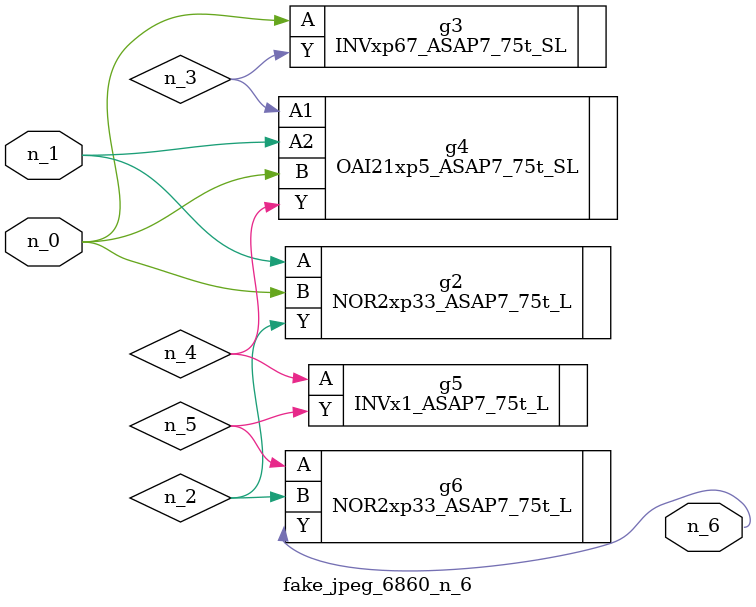
<source format=v>
module fake_jpeg_6860_n_6 (n_0, n_1, n_6);

input n_0;
input n_1;

output n_6;

wire n_3;
wire n_2;
wire n_4;
wire n_5;

NOR2xp33_ASAP7_75t_L g2 ( 
.A(n_1),
.B(n_0),
.Y(n_2)
);

INVxp67_ASAP7_75t_SL g3 ( 
.A(n_0),
.Y(n_3)
);

OAI21xp5_ASAP7_75t_SL g4 ( 
.A1(n_3),
.A2(n_1),
.B(n_0),
.Y(n_4)
);

INVx1_ASAP7_75t_L g5 ( 
.A(n_4),
.Y(n_5)
);

NOR2xp33_ASAP7_75t_L g6 ( 
.A(n_5),
.B(n_2),
.Y(n_6)
);


endmodule
</source>
